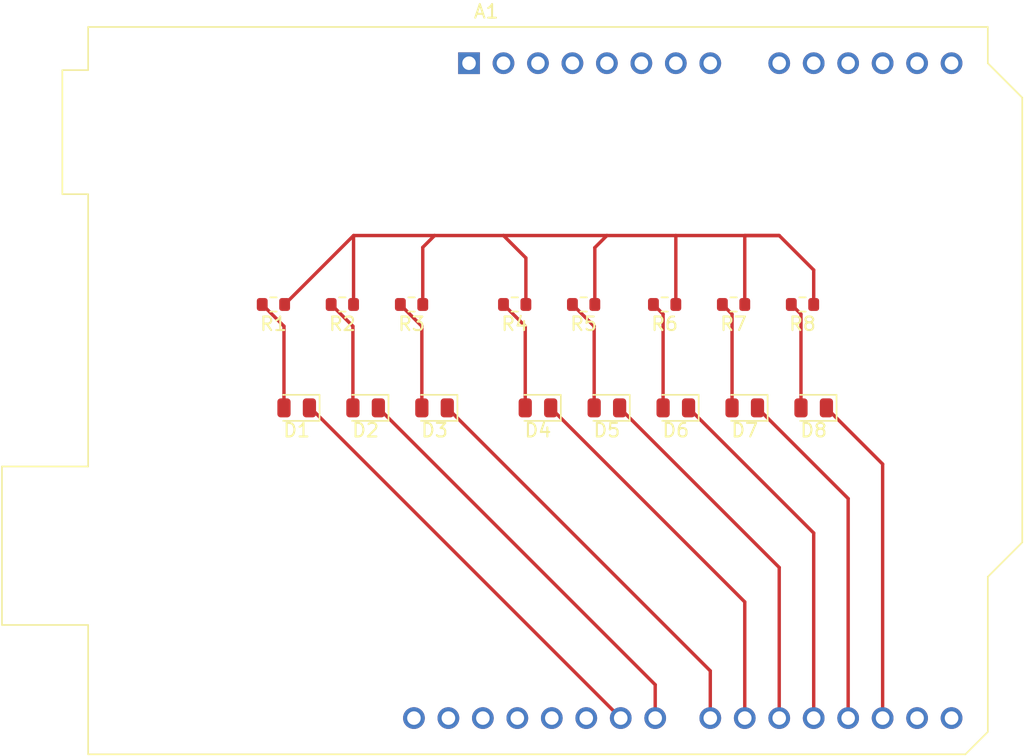
<source format=kicad_pcb>
(kicad_pcb (version 20221018) (generator pcbnew)
  (layers (0 "F.Cu" signal) (31 "B.Cu" signal) (34 "B.Paste" user) (35 "F.Paste" user) (36 "B.SilkS" user "B.Silkscreen") (37 "F.SilkS" user "F.Silkscreen") (38 "B.Mask" user) (39 "F.Mask" user) (44 "Edge.Cuts" user))
  (net 0 "")
  (net 3 "Net-(A1-D9)")
  (net 4 "Net-(D1-A)")
  (net 5 "Net-(A1-D8)")
  (net 6 "Net-(D2-A)")
  (net 7 "Net-(A1-D7)")
  (net 8 "Net-(D3-A)")
  (net 9 "Net-(A1-D6)")
  (net 10 "Net-(D4-A)")
  (net 11 "Net-(A1-D5)")
  (net 12 "Net-(D5-A)")
  (net 13 "Net-(A1-D4)")
  (net 14 "Net-(D6-A)")
  (net 15 "Net-(A1-D3)")
  (net 16 "Net-(D7-A)")
  (net 17 "Net-(A1-D2)")
  (net 18 "Net-(D8-A)")
  (net 19 "Net-(A1-+5V)")
  (net 22 "GND")
  (footprint "Resistor_SMD:R_0603_1608Metric" (layer "F.Cu") (at 130.365 88.9 180)
    (fp_text reference "R2" (at 0 -1.43) (layer "F.SilkS"))
    (fp_text value "247")
    (fp_line (start -0.237258 -0.5225) (end 0.237258 -0.5225) (stroke (width 0.12)) (layer "F.SilkS"))
    (fp_line (start -0.237258 0.5225) (end 0.237258 0.5225) (stroke (width 0.12)) (layer "F.SilkS"))
    (pad "1" smd roundrect (at -0.825 0 180) (size 0.8 0.95) (layers "F.Cu" "F.Paste" "F.Mask") (net 19 "Net-(A1-+5V)"))
    (pad "2" smd roundrect (at 0.825 0 180) (size 0.8 0.95) (layers "F.Cu" "F.Paste" "F.Mask") (net 6 "Net-(D2-A)"))
  )
  (footprint "LED_SMD:LED_0805_2012Metric" (layer "F.Cu") (at 127 96.52 180)
    (fp_text reference "D1" (at 0 -1.65) (layer "F.SilkS"))
    (fp_text value "LED")
    (fp_line (start -1.685 -0.96) (end -1.685 0.96) (stroke (width 0.12)) (layer "F.SilkS"))
    (fp_line (start -1.685 0.96) (end 1 0.96) (stroke (width 0.12)) (layer "F.SilkS"))
    (fp_line (start 1 -0.96) (end -1.685 -0.96) (stroke (width 0.12)) (layer "F.SilkS"))
    (pad "1" smd roundrect (at -0.9375 0 180) (size 0.975 1.4) (layers "F.Cu" "F.Paste" "F.Mask") (net 3 "Net-(A1-D9)"))
    (pad "2" smd roundrect (at 0.9375 0 180) (size 0.975 1.4) (layers "F.Cu" "F.Paste" "F.Mask") (net 4 "Net-(D1-A)"))
  )
  (footprint "LED_SMD:LED_0805_2012Metric" (layer "F.Cu") (at 149.86 96.52 180)
    (fp_text reference "D5" (at 0 -1.65) (layer "F.SilkS"))
    (fp_text value "LED")
    (fp_line (start -1.685 -0.96) (end -1.685 0.96) (stroke (width 0.12)) (layer "F.SilkS"))
    (fp_line (start -1.685 0.96) (end 1 0.96) (stroke (width 0.12)) (layer "F.SilkS"))
    (fp_line (start 1 -0.96) (end -1.685 -0.96) (stroke (width 0.12)) (layer "F.SilkS"))
    (pad "1" smd roundrect (at -0.9375 0 180) (size 0.975 1.4) (layers "F.Cu" "F.Paste" "F.Mask") (net 11 "Net-(A1-D5)"))
    (pad "2" smd roundrect (at 0.9375 0 180) (size 0.975 1.4) (layers "F.Cu" "F.Paste" "F.Mask") (net 12 "Net-(D5-A)"))
  )
  (footprint "Resistor_SMD:R_0603_1608Metric" (layer "F.Cu") (at 135.465 88.9 180)
    (fp_text reference "R3" (at 0 -1.43) (layer "F.SilkS"))
    (fp_text value "247")
    (fp_line (start -0.237258 -0.5225) (end 0.237258 -0.5225) (stroke (width 0.12)) (layer "F.SilkS"))
    (fp_line (start -0.237258 0.5225) (end 0.237258 0.5225) (stroke (width 0.12)) (layer "F.SilkS"))
    (pad "1" smd roundrect (at -0.825 0 180) (size 0.8 0.95) (layers "F.Cu" "F.Paste" "F.Mask") (net 19 "Net-(A1-+5V)"))
    (pad "2" smd roundrect (at 0.825 0 180) (size 0.8 0.95) (layers "F.Cu" "F.Paste" "F.Mask") (net 8 "Net-(D3-A)"))
  )
  (footprint "Resistor_SMD:R_0603_1608Metric" (layer "F.Cu") (at 148.145 88.9 180)
    (fp_text reference "R5" (at 0 -1.43) (layer "F.SilkS"))
    (fp_text value "247")
    (fp_line (start -0.237258 -0.5225) (end 0.237258 -0.5225) (stroke (width 0.12)) (layer "F.SilkS"))
    (fp_line (start -0.237258 0.5225) (end 0.237258 0.5225) (stroke (width 0.12)) (layer "F.SilkS"))
    (pad "1" smd roundrect (at -0.825 0 180) (size 0.8 0.95) (layers "F.Cu" "F.Paste" "F.Mask") (net 19 "Net-(A1-+5V)"))
    (pad "2" smd roundrect (at 0.825 0 180) (size 0.8 0.95) (layers "F.Cu" "F.Paste" "F.Mask") (net 12 "Net-(D5-A)"))
  )
  (footprint "LED_SMD:LED_0805_2012Metric" (layer "F.Cu") (at 132.08 96.52 180)
    (fp_text reference "D2" (at 0 -1.65) (layer "F.SilkS"))
    (fp_text value "LED")
    (fp_line (start -1.685 -0.96) (end -1.685 0.96) (stroke (width 0.12)) (layer "F.SilkS"))
    (fp_line (start -1.685 0.96) (end 1 0.96) (stroke (width 0.12)) (layer "F.SilkS"))
    (fp_line (start 1 -0.96) (end -1.685 -0.96) (stroke (width 0.12)) (layer "F.SilkS"))
    (pad "1" smd roundrect (at -0.9375 0 180) (size 0.975 1.4) (layers "F.Cu" "F.Paste" "F.Mask") (net 5 "Net-(A1-D8)"))
    (pad "2" smd roundrect (at 0.9375 0 180) (size 0.975 1.4) (layers "F.Cu" "F.Paste" "F.Mask") (net 6 "Net-(D2-A)"))
  )
  (footprint "LED_SMD:LED_0805_2012Metric" (layer "F.Cu") (at 165.1 96.52 180)
    (fp_text reference "D8" (at 0 -1.65) (layer "F.SilkS"))
    (fp_text value "LED")
    (fp_line (start -1.685 -0.96) (end -1.685 0.96) (stroke (width 0.12)) (layer "F.SilkS"))
    (fp_line (start -1.685 0.96) (end 1 0.96) (stroke (width 0.12)) (layer "F.SilkS"))
    (fp_line (start 1 -0.96) (end -1.685 -0.96) (stroke (width 0.12)) (layer "F.SilkS"))
    (pad "1" smd roundrect (at -0.9375 0 180) (size 0.975 1.4) (layers "F.Cu" "F.Paste" "F.Mask") (net 17 "Net-(A1-D2)"))
    (pad "2" smd roundrect (at 0.9375 0 180) (size 0.975 1.4) (layers "F.Cu" "F.Paste" "F.Mask") (net 18 "Net-(D8-A)"))
  )
  (footprint "Module:Arduino_UNO_R2" (layer "F.Cu") (at 139.7 71.12)
    (fp_text reference "A1" (at 1.27 -3.81 180) (layer "F.SilkS"))
    (fp_text value "Arduino_UNO_R2")
    (fp_line (start -34.42 29.72) (end -34.42 41.4) (stroke (width 0.12)) (layer "F.SilkS"))
    (fp_line (start -34.42 41.4) (end -28.07 41.4) (stroke (width 0.12)) (layer "F.SilkS"))
    (fp_line (start -29.97 0.51) (end -29.97 9.65) (stroke (width 0.12)) (layer "F.SilkS"))
    (fp_line (start -29.97 9.65) (end -28.07 9.65) (stroke (width 0.12)) (layer "F.SilkS"))
    (fp_line (start -28.07 -2.67) (end -28.07 0.51) (stroke (width 0.12)) (layer "F.SilkS"))
    (fp_line (start -28.07 0.51) (end -29.97 0.51) (stroke (width 0.12)) (layer "F.SilkS"))
    (fp_line (start -28.07 9.65) (end -28.07 29.72) (stroke (width 0.12)) (layer "F.SilkS"))
    (fp_line (start -28.07 29.72) (end -34.42 29.72) (stroke (width 0.12)) (layer "F.SilkS"))
    (fp_line (start -28.07 41.4) (end -28.07 50.93) (stroke (width 0.12)) (layer "F.SilkS"))
    (fp_line (start -28.07 50.93) (end 36.58 50.93) (stroke (width 0.12)) (layer "F.SilkS"))
    (fp_line (start 36.58 50.93) (end 38.23 49.28) (stroke (width 0.12)) (layer "F.SilkS"))
    (fp_line (start 38.23 -2.67) (end -28.07 -2.67) (stroke (width 0.12)) (layer "F.SilkS"))
    (fp_line (start 38.23 0) (end 38.23 -2.67) (stroke (width 0.12)) (layer "F.SilkS"))
    (fp_line (start 38.23 37.85) (end 40.77 35.31) (stroke (width 0.12)) (layer "F.SilkS"))
    (fp_line (start 38.23 49.28) (end 38.23 37.85) (stroke (width 0.12)) (layer "F.SilkS"))
    (fp_line (start 40.77 2.54) (end 38.23 0) (stroke (width 0.12)) (layer "F.SilkS"))
    (fp_line (start 40.77 35.31) (end 40.77 2.54) (stroke (width 0.12)) (layer "F.SilkS"))
    (pad "1" thru_hole rect (at 0 0 90) (size 1.6 1.6) (drill 1) (layers "*.Cu" "*.Mask"))
    (pad "2" thru_hole oval (at 2.54 0 90) (size 1.6 1.6) (drill 1) (layers "*.Cu" "*.Mask"))
    (pad "3" thru_hole oval (at 5.08 0 90) (size 1.6 1.6) (drill 1) (layers "*.Cu" "*.Mask"))
    (pad "4" thru_hole oval (at 7.62 0 90) (size 1.6 1.6) (drill 1) (layers "*.Cu" "*.Mask"))
    (pad "5" thru_hole oval (at 10.16 0 90) (size 1.6 1.6) (drill 1) (layers "*.Cu" "*.Mask") (net 19 "Net-(A1-+5V)"))
    (pad "6" thru_hole oval (at 12.7 0 90) (size 1.6 1.6) (drill 1) (layers "*.Cu" "*.Mask") (net 22 "GND"))
    (pad "7" thru_hole oval (at 15.24 0 90) (size 1.6 1.6) (drill 1) (layers "*.Cu" "*.Mask") (net 22 "GND"))
    (pad "8" thru_hole oval (at 17.78 0 90) (size 1.6 1.6) (drill 1) (layers "*.Cu" "*.Mask"))
    (pad "9" thru_hole oval (at 22.86 0 90) (size 1.6 1.6) (drill 1) (layers "*.Cu" "*.Mask"))
    (pad "10" thru_hole oval (at 25.4 0 90) (size 1.6 1.6) (drill 1) (layers "*.Cu" "*.Mask"))
    (pad "11" thru_hole oval (at 27.94 0 90) (size 1.6 1.6) (drill 1) (layers "*.Cu" "*.Mask"))
    (pad "12" thru_hole oval (at 30.48 0 90) (size 1.6 1.6) (drill 1) (layers "*.Cu" "*.Mask"))
    (pad "13" thru_hole oval (at 33.02 0 90) (size 1.6 1.6) (drill 1) (layers "*.Cu" "*.Mask"))
    (pad "14" thru_hole oval (at 35.56 0 90) (size 1.6 1.6) (drill 1) (layers "*.Cu" "*.Mask"))
    (pad "15" thru_hole oval (at 35.56 48.26 90) (size 1.6 1.6) (drill 1) (layers "*.Cu" "*.Mask"))
    (pad "16" thru_hole oval (at 33.02 48.26 90) (size 1.6 1.6) (drill 1) (layers "*.Cu" "*.Mask"))
    (pad "17" thru_hole oval (at 30.48 48.26 90) (size 1.6 1.6) (drill 1) (layers "*.Cu" "*.Mask") (net 17 "Net-(A1-D2)"))
    (pad "18" thru_hole oval (at 27.94 48.26 90) (size 1.6 1.6) (drill 1) (layers "*.Cu" "*.Mask") (net 15 "Net-(A1-D3)"))
    (pad "19" thru_hole oval (at 25.4 48.26 90) (size 1.6 1.6) (drill 1) (layers "*.Cu" "*.Mask") (net 13 "Net-(A1-D4)"))
    (pad "20" thru_hole oval (at 22.86 48.26 90) (size 1.6 1.6) (drill 1) (layers "*.Cu" "*.Mask") (net 11 "Net-(A1-D5)"))
    (pad "21" thru_hole oval (at 20.32 48.26 90) (size 1.6 1.6) (drill 1) (layers "*.Cu" "*.Mask") (net 9 "Net-(A1-D6)"))
    (pad "22" thru_hole oval (at 17.78 48.26 90) (size 1.6 1.6) (drill 1) (layers "*.Cu" "*.Mask") (net 7 "Net-(A1-D7)"))
    (pad "23" thru_hole oval (at 13.72 48.26 90) (size 1.6 1.6) (drill 1) (layers "*.Cu" "*.Mask") (net 5 "Net-(A1-D8)"))
    (pad "24" thru_hole oval (at 11.18 48.26 90) (size 1.6 1.6) (drill 1) (layers "*.Cu" "*.Mask") (net 3 "Net-(A1-D9)"))
    (pad "25" thru_hole oval (at 8.64 48.26 90) (size 1.6 1.6) (drill 1) (layers "*.Cu" "*.Mask"))
    (pad "26" thru_hole oval (at 6.1 48.26 90) (size 1.6 1.6) (drill 1) (layers "*.Cu" "*.Mask"))
    (pad "27" thru_hole oval (at 3.56 48.26 90) (size 1.6 1.6) (drill 1) (layers "*.Cu" "*.Mask"))
    (pad "28" thru_hole oval (at 1.02 48.26 90) (size 1.6 1.6) (drill 1) (layers "*.Cu" "*.Mask"))
    (pad "29" thru_hole oval (at -1.52 48.26 90) (size 1.6 1.6) (drill 1) (layers "*.Cu" "*.Mask") (net 22 "GND"))
    (pad "30" thru_hole oval (at -4.06 48.26 90) (size 1.6 1.6) (drill 1) (layers "*.Cu" "*.Mask"))
  )
  (footprint "LED_SMD:LED_0805_2012Metric" (layer "F.Cu") (at 160.02 96.52 180)
    (fp_text reference "D7" (at 0 -1.65) (layer "F.SilkS"))
    (fp_text value "LED")
    (fp_line (start -1.685 -0.96) (end -1.685 0.96) (stroke (width 0.12)) (layer "F.SilkS"))
    (fp_line (start -1.685 0.96) (end 1 0.96) (stroke (width 0.12)) (layer "F.SilkS"))
    (fp_line (start 1 -0.96) (end -1.685 -0.96) (stroke (width 0.12)) (layer "F.SilkS"))
    (pad "1" smd roundrect (at -0.9375 0 180) (size 0.975 1.4) (layers "F.Cu" "F.Paste" "F.Mask") (net 15 "Net-(A1-D3)"))
    (pad "2" smd roundrect (at 0.9375 0 180) (size 0.975 1.4) (layers "F.Cu" "F.Paste" "F.Mask") (net 16 "Net-(D7-A)"))
  )
  (footprint "LED_SMD:LED_0805_2012Metric" (layer "F.Cu") (at 154.94 96.52 180)
    (fp_text reference "D6" (at 0 -1.65) (layer "F.SilkS"))
    (fp_text value "LED")
    (fp_line (start -1.685 -0.96) (end -1.685 0.96) (stroke (width 0.12)) (layer "F.SilkS"))
    (fp_line (start -1.685 0.96) (end 1 0.96) (stroke (width 0.12)) (layer "F.SilkS"))
    (fp_line (start 1 -0.96) (end -1.685 -0.96) (stroke (width 0.12)) (layer "F.SilkS"))
    (pad "1" smd roundrect (at -0.9375 0 180) (size 0.975 1.4) (layers "F.Cu" "F.Paste" "F.Mask") (net 13 "Net-(A1-D4)"))
    (pad "2" smd roundrect (at 0.9375 0 180) (size 0.975 1.4) (layers "F.Cu" "F.Paste" "F.Mask") (net 14 "Net-(D6-A)"))
  )
  (footprint "LED_SMD:LED_0805_2012Metric" (layer "F.Cu") (at 137.16 96.52 180)
    (fp_text reference "D3" (at 0 -1.65) (layer "F.SilkS"))
    (fp_text value "LED")
    (fp_line (start -1.685 -0.96) (end -1.685 0.96) (stroke (width 0.12)) (layer "F.SilkS"))
    (fp_line (start -1.685 0.96) (end 1 0.96) (stroke (width 0.12)) (layer "F.SilkS"))
    (fp_line (start 1 -0.96) (end -1.685 -0.96) (stroke (width 0.12)) (layer "F.SilkS"))
    (pad "1" smd roundrect (at -0.9375 0 180) (size 0.975 1.4) (layers "F.Cu" "F.Paste" "F.Mask") (net 7 "Net-(A1-D7)"))
    (pad "2" smd roundrect (at 0.9375 0 180) (size 0.975 1.4) (layers "F.Cu" "F.Paste" "F.Mask") (net 8 "Net-(D3-A)"))
  )
  (footprint "LED_SMD:LED_0805_2012Metric" (layer "F.Cu") (at 144.78 96.52 180)
    (fp_text reference "D4" (at 0 -1.65) (layer "F.SilkS"))
    (fp_text value "LED")
    (fp_line (start -1.685 -0.96) (end -1.685 0.96) (stroke (width 0.12)) (layer "F.SilkS"))
    (fp_line (start -1.685 0.96) (end 1 0.96) (stroke (width 0.12)) (layer "F.SilkS"))
    (fp_line (start 1 -0.96) (end -1.685 -0.96) (stroke (width 0.12)) (layer "F.SilkS"))
    (pad "1" smd roundrect (at -0.9375 0 180) (size 0.975 1.4) (layers "F.Cu" "F.Paste" "F.Mask") (net 9 "Net-(A1-D6)"))
    (pad "2" smd roundrect (at 0.9375 0 180) (size 0.975 1.4) (layers "F.Cu" "F.Paste" "F.Mask") (net 10 "Net-(D4-A)"))
  )
  (footprint "Resistor_SMD:R_0603_1608Metric" (layer "F.Cu") (at 143.065 88.9 180)
    (fp_text reference "R4" (at 0 -1.43) (layer "F.SilkS"))
    (fp_text value "247")
    (fp_line (start -0.237258 -0.5225) (end 0.237258 -0.5225) (stroke (width 0.12)) (layer "F.SilkS"))
    (fp_line (start -0.237258 0.5225) (end 0.237258 0.5225) (stroke (width 0.12)) (layer "F.SilkS"))
    (pad "1" smd roundrect (at -0.825 0 180) (size 0.8 0.95) (layers "F.Cu" "F.Paste" "F.Mask") (net 19 "Net-(A1-+5V)"))
    (pad "2" smd roundrect (at 0.825 0 180) (size 0.8 0.95) (layers "F.Cu" "F.Paste" "F.Mask") (net 10 "Net-(D4-A)"))
  )
  (footprint "Resistor_SMD:R_0603_1608Metric" (layer "F.Cu") (at 159.195 88.9 180)
    (fp_text reference "R7" (at 0 -1.43) (layer "F.SilkS"))
    (fp_text value "247")
    (fp_line (start -0.237258 -0.5225) (end 0.237258 -0.5225) (stroke (width 0.12)) (layer "F.SilkS"))
    (fp_line (start -0.237258 0.5225) (end 0.237258 0.5225) (stroke (width 0.12)) (layer "F.SilkS"))
    (pad "1" smd roundrect (at -0.825 0 180) (size 0.8 0.95) (layers "F.Cu" "F.Paste" "F.Mask") (net 19 "Net-(A1-+5V)"))
    (pad "2" smd roundrect (at 0.825 0 180) (size 0.8 0.95) (layers "F.Cu" "F.Paste" "F.Mask") (net 16 "Net-(D7-A)"))
  )
  (footprint "Resistor_SMD:R_0603_1608Metric" (layer "F.Cu") (at 164.275 88.9 180)
    (fp_text reference "R8" (at 0 -1.43) (layer "F.SilkS"))
    (fp_text value "247")
    (fp_line (start -0.237258 -0.5225) (end 0.237258 -0.5225) (stroke (width 0.12)) (layer "F.SilkS"))
    (fp_line (start -0.237258 0.5225) (end 0.237258 0.5225) (stroke (width 0.12)) (layer "F.SilkS"))
    (pad "1" smd roundrect (at -0.825 0 180) (size 0.8 0.95) (layers "F.Cu" "F.Paste" "F.Mask") (net 19 "Net-(A1-+5V)"))
    (pad "2" smd roundrect (at 0.825 0 180) (size 0.8 0.95) (layers "F.Cu" "F.Paste" "F.Mask") (net 18 "Net-(D8-A)"))
  )
  (footprint "Resistor_SMD:R_0603_1608Metric" (layer "F.Cu") (at 154.115 88.9 180)
    (fp_text reference "R6" (at 0 -1.43) (layer "F.SilkS"))
    (fp_text value "247")
    (fp_line (start -0.237258 -0.5225) (end 0.237258 -0.5225) (stroke (width 0.12)) (layer "F.SilkS"))
    (fp_line (start -0.237258 0.5225) (end 0.237258 0.5225) (stroke (width 0.12)) (layer "F.SilkS"))
    (pad "1" smd roundrect (at -0.825 0 180) (size 0.8 0.95) (layers "F.Cu" "F.Paste" "F.Mask") (net 19 "Net-(A1-+5V)"))
    (pad "2" smd roundrect (at 0.825 0 180) (size 0.8 0.95) (layers "F.Cu" "F.Paste" "F.Mask") (net 14 "Net-(D6-A)"))
  )
  (footprint "Resistor_SMD:R_0603_1608Metric" (layer "F.Cu") (at 125.285 88.9 180)
    (fp_text reference "R1" (at 0 -1.43) (layer "F.SilkS"))
    (fp_text value "247")
    (fp_line (start -0.237258 -0.5225) (end 0.237258 -0.5225) (stroke (width 0.12)) (layer "F.SilkS"))
    (fp_line (start -0.237258 0.5225) (end 0.237258 0.5225) (stroke (width 0.12)) (layer "F.SilkS"))
    (pad "1" smd roundrect (at -0.825 0 180) (size 0.8 0.95) (layers "F.Cu" "F.Paste" "F.Mask") (net 19 "Net-(A1-+5V)"))
    (pad "2" smd roundrect (at 0.825 0 180) (size 0.8 0.95) (layers "F.Cu" "F.Paste" "F.Mask") (net 4 "Net-(D1-A)"))
  )
  (segment (start 128.02 96.52) (end 127.9375 96.52) (width 0.25) (layer "F.Cu") (net 3))
  (segment (start 150.88 119.38) (end 128.02 96.52) (width 0.25) (layer "F.Cu") (net 3))
  (segment (start 126.0625 96.52) (end 126.0625 90.5025) (width 0.25) (layer "F.Cu") (net 4))
  (segment (start 126.0625 90.5025) (end 124.46 88.9) (width 0.25) (layer "F.Cu") (net 4))
  (segment (start 153.42 119.38) (end 153.42 116.9225) (width 0.25) (layer "F.Cu") (net 5))
  (segment (start 153.42 116.9225) (end 133.0175 96.52) (width 0.25) (layer "F.Cu") (net 5))
  (segment (start 131.1425 90.5025) (end 129.54 88.9) (width 0.25) (layer "F.Cu") (net 6))
  (segment (start 131.1425 96.52) (end 131.1425 90.5025) (width 0.25) (layer "F.Cu") (net 6))
  (segment (start 157.48 115.9025) (end 138.0975 96.52) (width 0.25) (layer "F.Cu") (net 7))
  (segment (start 157.48 119.38) (end 157.48 115.9025) (width 0.25) (layer "F.Cu") (net 7))
  (segment (start 136.2225 96.52) (end 136.2225 90.5025) (width 0.25) (layer "F.Cu") (net 8))
  (segment (start 134.62 88.9) (end 134.64 88.9) (width 0.25) (layer "F.Cu") (net 8))
  (segment (start 136.2225 90.5025) (end 134.62 88.9) (width 0.25) (layer "F.Cu") (net 8))
  (segment (start 160.02 110.8225) (end 145.7175 96.52) (width 0.25) (layer "F.Cu") (net 9))
  (segment (start 160.02 119.38) (end 160.02 110.8225) (width 0.25) (layer "F.Cu") (net 9))
  (segment (start 143.8425 96.52) (end 143.8425 90.5025) (width 0.25) (layer "F.Cu") (net 10))
  (segment (start 143.8425 90.5025) (end 142.24 88.9) (width 0.25) (layer "F.Cu") (net 10))
  (segment (start 162.56 119.38) (end 162.56 108.2825) (width 0.25) (layer "F.Cu") (net 11))
  (segment (start 162.56 108.2825) (end 150.7975 96.52) (width 0.25) (layer "F.Cu") (net 11))
  (segment (start 148.9225 96.52) (end 148.9225 90.5025) (width 0.25) (layer "F.Cu") (net 12))
  (segment (start 148.9225 90.5025) (end 147.32 88.9) (width 0.25) (layer "F.Cu") (net 12))
  (segment (start 165.1 105.7425) (end 155.8775 96.52) (width 0.25) (layer "F.Cu") (net 13))
  (segment (start 165.1 119.38) (end 165.1 105.7425) (width 0.25) (layer "F.Cu") (net 13))
  (segment (start 154.0025 96.52) (end 154.0025 89.6125) (width 0.25) (layer "F.Cu") (net 14))
  (segment (start 154.0025 89.6125) (end 153.29 88.9) (width 0.25) (layer "F.Cu") (net 14))
  (segment (start 167.64 103.2025) (end 160.9575 96.52) (width 0.25) (layer "F.Cu") (net 15))
  (segment (start 167.64 119.38) (end 167.64 103.2025) (width 0.25) (layer "F.Cu") (net 15))
  (segment (start 159.0825 89.6125) (end 158.37 88.9) (width 0.25) (layer "F.Cu") (net 16))
  (segment (start 159.0825 96.52) (end 159.0825 89.6125) (width 0.25) (layer "F.Cu") (net 16))
  (segment (start 170.18 119.38) (end 170.18 100.6625) (width 0.25) (layer "F.Cu") (net 17))
  (segment (start 170.18 100.6625) (end 166.0375 96.52) (width 0.25) (layer "F.Cu") (net 17))
  (segment (start 164.1625 89.6125) (end 163.45 88.9) (width 0.25) (layer "F.Cu") (net 18))
  (segment (start 164.1625 96.52) (end 164.1625 89.6125) (width 0.25) (layer "F.Cu") (net 18))
  (segment (start 137.16 83.82) (end 142.24 83.82) (width 0.25) (layer "F.Cu") (net 19))
  (segment (start 143.89 85.47) (end 142.24 83.82) (width 0.25) (layer "F.Cu") (net 19))
  (segment (start 149.86 83.82) (end 154.94 83.82) (width 0.25) (layer "F.Cu") (net 19))
  (segment (start 160.02 83.82) (end 162.56 83.82) (width 0.25) (layer "F.Cu") (net 19))
  (segment (start 131.19 88.9) (end 131.19 83.82) (width 0.25) (layer "F.Cu") (net 19))
  (segment (start 148.97 88.9) (end 148.97 84.71) (width 0.25) (layer "F.Cu") (net 19))
  (segment (start 154.94 83.82) (end 162.56 83.82) (width 0.25) (layer "F.Cu") (net 19))
  (segment (start 142.24 83.82) (end 149.86 83.82) (width 0.25) (layer "F.Cu") (net 19))
  (segment (start 165.1 86.36) (end 165.1 88.9) (width 0.25) (layer "F.Cu") (net 19))
  (segment (start 154.94 88.9) (end 154.94 83.82) (width 0.25) (layer "F.Cu") (net 19))
  (segment (start 136.29 88.9) (end 136.29 84.69) (width 0.25) (layer "F.Cu") (net 19))
  (segment (start 126.11 88.9) (end 131.19 83.82) (width 0.25) (layer "F.Cu") (net 19))
  (segment (start 131.19 83.82) (end 137.16 83.82) (width 0.25) (layer "F.Cu") (net 19))
  (segment (start 148.97 84.71) (end 149.86 83.82) (width 0.25) (layer "F.Cu") (net 19))
  (segment (start 143.89 88.9) (end 143.89 85.47) (width 0.25) (layer "F.Cu") (net 19))
  (segment (start 162.56 83.82) (end 165.1 86.36) (width 0.25) (layer "F.Cu") (net 19))
  (segment (start 160.02 88.9) (end 160.02 83.82) (width 0.25) (layer "F.Cu") (net 19))
  (segment (start 136.29 84.69) (end 137.16 83.82) (width 0.25) (layer "F.Cu") (net 19))
)
</source>
